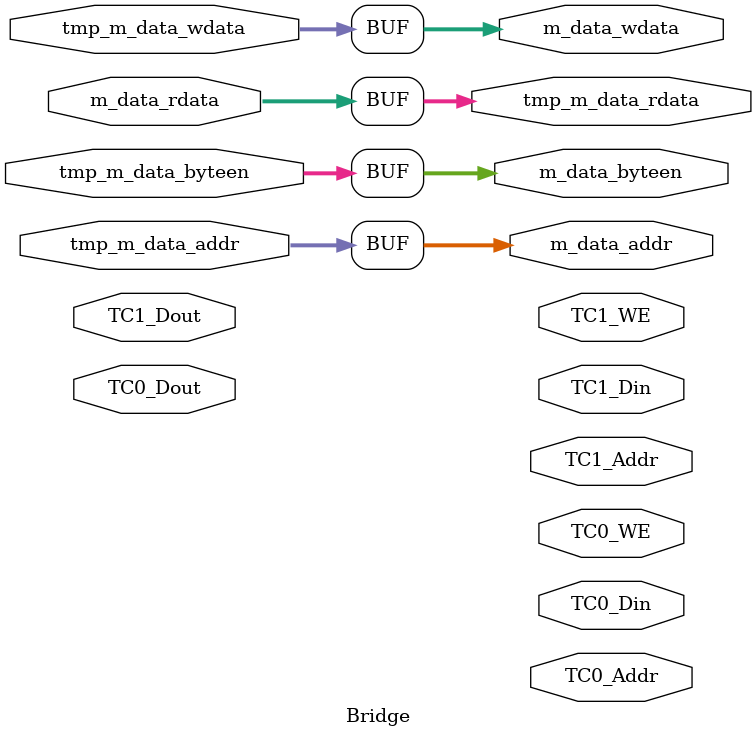
<source format=v>
`timescale 1ns / 1ps
module Bridge(
	 output [31:0] m_data_addr,
	 output [31:0] m_data_wdata,
	 output [3:0] m_data_byteen,
	 input [31:0] m_data_rdata,
	 
	 input [31:0] tmp_m_data_addr,
	 input [31:0] tmp_m_data_wdata,
	 input [3:0] tmp_m_data_byteen,
	 output [31:0] tmp_m_data_rdata,
	 
	 output [31:0] TC0_Addr,
	 output TC0_WE,
	 output [31:0] TC0_Din,
	 input [31:0] TC0_Dout,
	 
	 output [31:0] TC1_Addr,
	 output TC1_WE,
	 output [31:0] TC1_Din,
	 input [31:0] TC1_Dout
    );

	assign m_data_addr = tmp_m_data_addr;
	assign m_data_wdata = tmp_m_data_wdata;
	assign m_data_byteen = tmp_m_data_byteen;
	assign tmp_m_data_rdata = m_data_rdata;

endmodule

</source>
